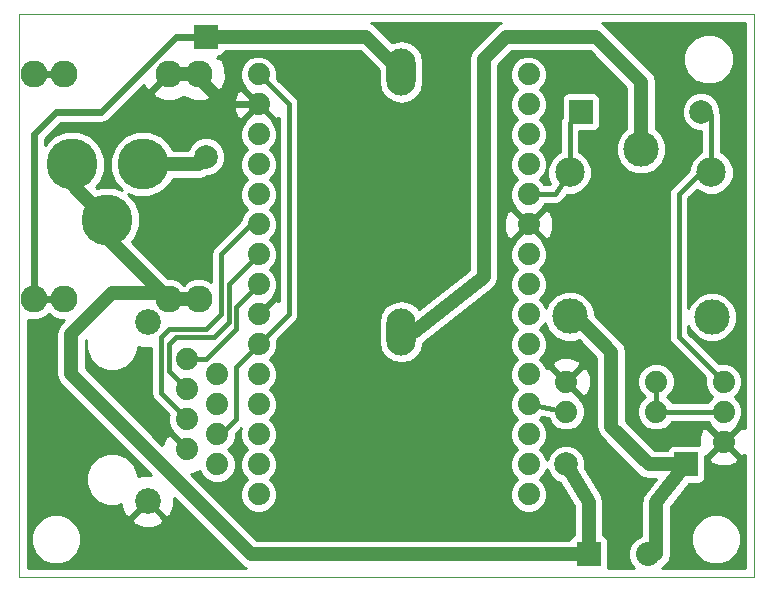
<source format=gbr>
%TF.GenerationSoftware,KiCad,Pcbnew,4.0.2+dfsg1-stable*%
%TF.CreationDate,2018-09-12T10:39:59+08:00*%
%TF.ProjectId,rfid board v2,7266696420626F6172642076322E6B69,rev?*%
%TF.FileFunction,Copper,L1,Top,Signal*%
%FSLAX46Y46*%
G04 Gerber Fmt 4.6, Leading zero omitted, Abs format (unit mm)*
G04 Created by KiCad (PCBNEW 4.0.2+dfsg1-stable) date Wednesday, 12 September, 2018 10:39:59 AM +08*
%MOMM*%
G01*
G04 APERTURE LIST*
%ADD10C,0.100000*%
%ADD11C,0.025400*%
%ADD12O,2.499360X4.000500*%
%ADD13C,1.879600*%
%ADD14C,2.181860*%
%ADD15C,2.500000*%
%ADD16C,3.000000*%
%ADD17C,1.998980*%
%ADD18R,1.998980X1.998980*%
%ADD19C,4.318000*%
%ADD20R,2.032000X2.032000*%
%ADD21C,2.032000*%
%ADD22C,2.286000*%
%ADD23C,0.400000*%
%ADD24C,0.250000*%
%ADD25C,1.200000*%
%ADD26C,0.600000*%
%ADD27C,0.254000*%
G04 APERTURE END LIST*
D10*
D11*
X22860000Y-62865000D02*
X22860000Y-15240000D01*
X85090000Y-62865000D02*
X85090000Y-15240000D01*
X22860000Y-15240000D02*
X85090000Y-15240000D01*
X85090000Y-62865000D02*
X22860000Y-62865000D01*
D12*
X55245000Y-20114260D03*
X55245000Y-42115740D03*
D13*
X37129720Y-44450000D03*
X39669720Y-45720000D03*
X37129720Y-46990000D03*
X39669720Y-48260000D03*
X37129720Y-49530000D03*
X39669720Y-50800000D03*
X37129720Y-52070000D03*
X39669720Y-53340000D03*
D14*
X33784540Y-41275000D03*
X33784540Y-56474360D03*
D15*
X69515000Y-28620000D03*
D16*
X69515000Y-40820000D03*
X81565000Y-40870000D03*
D15*
X81515000Y-28620000D03*
D16*
X75565000Y-26670000D03*
D17*
X38737540Y-27305000D03*
D18*
X38737540Y-17145000D03*
D13*
X82550000Y-51435000D03*
X82550000Y-48895000D03*
X82550000Y-46355000D03*
D17*
X69215000Y-53342540D03*
D18*
X79375000Y-53342540D03*
D13*
X43180000Y-20320000D03*
X43180000Y-22860000D03*
X43180000Y-25400000D03*
X43180000Y-27940000D03*
X43180000Y-30480000D03*
X43180000Y-33020000D03*
X43180000Y-35560000D03*
X43180000Y-38100000D03*
X43180000Y-40640000D03*
X43180000Y-43180000D03*
X43180000Y-45720000D03*
X43180000Y-48260000D03*
X43180000Y-50800000D03*
X43180000Y-53340000D03*
X43180000Y-55880000D03*
X66040000Y-20320000D03*
X66040000Y-22860000D03*
X66040000Y-25400000D03*
X66040000Y-27940000D03*
X66040000Y-30480000D03*
X66040000Y-33020000D03*
X66040000Y-35560000D03*
X66040000Y-38100000D03*
X66040000Y-40640000D03*
X66040000Y-43180000D03*
X66040000Y-45720000D03*
X66040000Y-48260000D03*
X66040000Y-50800000D03*
X66040000Y-53340000D03*
X66040000Y-55880000D03*
D19*
X27383740Y-27940000D03*
X30383480Y-32639000D03*
X33383220Y-27940000D03*
D13*
X69215000Y-48895000D03*
X76835000Y-48895000D03*
X76835000Y-46355000D03*
X69215000Y-46355000D03*
D20*
X71120000Y-60960000D03*
D21*
X76118720Y-60960000D03*
D17*
X80645000Y-23492460D03*
D18*
X70485000Y-23492460D03*
D22*
X38100000Y-20320000D03*
X35560000Y-20320000D03*
X26670000Y-20320000D03*
X24130000Y-20320000D03*
X24130000Y-39370000D03*
X26670000Y-39370000D03*
X35560000Y-39370000D03*
X38100000Y-39370000D03*
D23*
X81515000Y-28620000D02*
X80600000Y-28620000D01*
X80600000Y-28620000D02*
X78740000Y-30480000D01*
X78740000Y-30480000D02*
X78740000Y-42545000D01*
X78740000Y-42545000D02*
X82550000Y-46355000D01*
D24*
X81515000Y-28620000D02*
X81235000Y-28620000D01*
D23*
X81515000Y-28620000D02*
X81515000Y-23727460D01*
D24*
X81515000Y-23727460D02*
X80645000Y-23492460D01*
D25*
X33383220Y-27940000D02*
X38102540Y-27940000D01*
X38102540Y-27940000D02*
X38100000Y-27942540D01*
X38100000Y-27942540D02*
X38737540Y-27305000D01*
D26*
X26670000Y-39370000D02*
X24130000Y-39370000D01*
X24130000Y-39370000D02*
X24130000Y-25400000D01*
X36195000Y-17145000D02*
X29845000Y-23495000D01*
X29845000Y-23495000D02*
X26035000Y-23495000D01*
X26035000Y-23495000D02*
X24130000Y-25400000D01*
X36195000Y-17145000D02*
X38737540Y-17145000D01*
D25*
X38737540Y-17145000D02*
X52275740Y-17145000D01*
X52275740Y-17145000D02*
X55245000Y-20114260D01*
X30383480Y-32639000D02*
X30383480Y-34193480D01*
X30383480Y-34193480D02*
X35560000Y-39370000D01*
X35560000Y-39370000D02*
X38100000Y-39370000D01*
X27305000Y-42545000D02*
X27305000Y-42291000D01*
X71120000Y-60960000D02*
X42545000Y-60960000D01*
X27305000Y-45720000D02*
X42545000Y-60960000D01*
X27305000Y-42545000D02*
X27305000Y-45720000D01*
X30734000Y-38862000D02*
X35052000Y-38862000D01*
X27305000Y-42291000D02*
X30734000Y-38862000D01*
X35052000Y-38862000D02*
X35560000Y-39370000D01*
X27383740Y-27940000D02*
X27383740Y-29639260D01*
X27383740Y-29639260D02*
X30383480Y-32639000D01*
X69215000Y-53342540D02*
X71120000Y-56515000D01*
X71120000Y-56515000D02*
X71120000Y-60960000D01*
D26*
X71120000Y-60960000D02*
X70485000Y-60960000D01*
D25*
X69515000Y-40820000D02*
X70030000Y-40820000D01*
X70030000Y-40820000D02*
X73025000Y-43815000D01*
X76202540Y-53342540D02*
X79375000Y-53342540D01*
X73025000Y-50165000D02*
X76202540Y-53342540D01*
X73025000Y-43815000D02*
X73025000Y-50165000D01*
X69515000Y-40820000D02*
X69515000Y-40940000D01*
X76118720Y-60960000D02*
X76835000Y-60960000D01*
X76835000Y-60960000D02*
X76835000Y-56515000D01*
X76835000Y-56515000D02*
X79375000Y-53342540D01*
X55245000Y-42115740D02*
X56309260Y-42115740D01*
X56309260Y-42115740D02*
X62230000Y-37465000D01*
X62230000Y-37465000D02*
X62230000Y-19050000D01*
X62230000Y-19050000D02*
X64135000Y-17145000D01*
X64135000Y-17145000D02*
X71755000Y-17145000D01*
X71755000Y-17145000D02*
X75565000Y-20955000D01*
X75565000Y-20955000D02*
X75565000Y-26670000D01*
D24*
X66040000Y-48260000D02*
X66040000Y-48260000D01*
D23*
X66040000Y-48260000D02*
X69215000Y-48895000D01*
X76835000Y-48895000D02*
X82550000Y-48895000D01*
X76835000Y-46355000D02*
X76835000Y-48895000D01*
D25*
X35560000Y-20320000D02*
X38100000Y-20320000D01*
D26*
X38100000Y-20320000D02*
X38100000Y-21082000D01*
X38100000Y-21082000D02*
X39878000Y-22860000D01*
X39878000Y-22860000D02*
X43180000Y-22860000D01*
D24*
X66040000Y-33020000D02*
X66675000Y-33020000D01*
D26*
X24130000Y-20320000D02*
X26670000Y-20320000D01*
D23*
X39669720Y-50800000D02*
X40005000Y-50800000D01*
X40005000Y-50800000D02*
X41275000Y-49530000D01*
X41275000Y-45085000D02*
X43180000Y-43180000D01*
X41275000Y-49530000D02*
X41275000Y-45085000D01*
X43180000Y-43180000D02*
X45720000Y-40640000D01*
X45720000Y-22860000D02*
X43180000Y-20320000D01*
X45720000Y-40640000D02*
X45720000Y-22860000D01*
X69515000Y-28620000D02*
X69515000Y-24462460D01*
D24*
X69515000Y-24462460D02*
X70485000Y-23492460D01*
D23*
X66040000Y-30480000D02*
X68290000Y-30480000D01*
X68290000Y-30480000D02*
X69515000Y-28620000D01*
D24*
X69850000Y-28285000D02*
X69515000Y-28620000D01*
X69215000Y-28320000D02*
X69515000Y-28620000D01*
D23*
X43180000Y-33020000D02*
X42545000Y-33020000D01*
X42545000Y-33020000D02*
X40005000Y-35560000D01*
X40005000Y-35560000D02*
X40005000Y-40640000D01*
X40005000Y-40640000D02*
X38735000Y-41910000D01*
X38735000Y-41910000D02*
X35560000Y-41910000D01*
X35560000Y-41910000D02*
X34925000Y-42545000D01*
X34925000Y-42545000D02*
X34925000Y-47325280D01*
X34925000Y-47325280D02*
X37129720Y-49530000D01*
D24*
X37129720Y-49530000D02*
X36830000Y-49530000D01*
D23*
X37129720Y-44450000D02*
X38735000Y-44450000D01*
X41275000Y-40005000D02*
X43180000Y-38100000D01*
X41275000Y-41910000D02*
X41275000Y-40005000D01*
X38735000Y-44450000D02*
X41275000Y-41910000D01*
X42545000Y-38100000D02*
X43180000Y-38100000D01*
D24*
X37129720Y-44450000D02*
X37465000Y-44450000D01*
X39669720Y-45720000D02*
X39669720Y-45420280D01*
X39669720Y-45420280D02*
X40005000Y-45085000D01*
D23*
X43180000Y-35560000D02*
X40640000Y-38100000D01*
X35560000Y-45420280D02*
X37129720Y-46990000D01*
X35560000Y-43180000D02*
X35560000Y-45420280D01*
X36195000Y-42545000D02*
X35560000Y-43180000D01*
X39370000Y-42545000D02*
X36195000Y-42545000D01*
X40640000Y-41275000D02*
X39370000Y-42545000D01*
X40640000Y-38100000D02*
X40640000Y-41275000D01*
D24*
X37129720Y-46990000D02*
X36830000Y-46990000D01*
D27*
G36*
X67703980Y-42027800D02*
X68304041Y-42628909D01*
X69088459Y-42954628D01*
X69937815Y-42955370D01*
X70278180Y-42814734D01*
X71790000Y-44326554D01*
X71790000Y-50165000D01*
X71884009Y-50637614D01*
X72151723Y-51038277D01*
X75329263Y-54215817D01*
X75729926Y-54483531D01*
X76202540Y-54577540D01*
X76804143Y-54577540D01*
X75870928Y-55743125D01*
X75790725Y-55897640D01*
X75694009Y-56042386D01*
X75680599Y-56109804D01*
X75648930Y-56170815D01*
X75633962Y-56344261D01*
X75600000Y-56515000D01*
X75600000Y-59387946D01*
X75184725Y-59559534D01*
X74719886Y-60023563D01*
X74468007Y-60630155D01*
X74467434Y-61286963D01*
X74718254Y-61893995D01*
X74926895Y-62103000D01*
X72757722Y-62103000D01*
X72783440Y-61976000D01*
X72783440Y-59944000D01*
X72739162Y-59708683D01*
X72600090Y-59492559D01*
X72387890Y-59347569D01*
X72355000Y-59340909D01*
X72355000Y-56515000D01*
X72337044Y-56424731D01*
X72341486Y-56332797D01*
X72290468Y-56190575D01*
X72260991Y-56042386D01*
X72209856Y-55965858D01*
X72178779Y-55879224D01*
X70849210Y-53665048D01*
X70849774Y-53018846D01*
X70601462Y-52417885D01*
X70142073Y-51957694D01*
X69541547Y-51708334D01*
X68891306Y-51707766D01*
X68290345Y-51956078D01*
X67830154Y-52415467D01*
X67595463Y-52980667D01*
X67375829Y-52449113D01*
X66997104Y-52069727D01*
X67374272Y-51693217D01*
X67614526Y-51114621D01*
X67615073Y-50488127D01*
X67375829Y-49909113D01*
X66997104Y-49529727D01*
X67186354Y-49340807D01*
X67741112Y-49451759D01*
X67879171Y-49785887D01*
X68321783Y-50229272D01*
X68900379Y-50469526D01*
X69526873Y-50470073D01*
X70105887Y-50230829D01*
X70549272Y-49788217D01*
X70789526Y-49209621D01*
X70790073Y-48583127D01*
X70550829Y-48004113D01*
X70403525Y-47856552D01*
X70421650Y-47741255D01*
X69215000Y-46534605D01*
X69200858Y-46548748D01*
X69021253Y-46369143D01*
X69035395Y-46355000D01*
X69394605Y-46355000D01*
X70601255Y-47561650D01*
X71004606Y-47498244D01*
X71305881Y-46726367D01*
X71288838Y-45897953D01*
X71004606Y-45211756D01*
X70601255Y-45148350D01*
X69394605Y-46355000D01*
X69035395Y-46355000D01*
X67828745Y-45148350D01*
X67527314Y-45195734D01*
X67433524Y-44968745D01*
X68008350Y-44968745D01*
X69215000Y-46175395D01*
X70421650Y-44968745D01*
X70358244Y-44565394D01*
X69586367Y-44264119D01*
X68757953Y-44281162D01*
X68071756Y-44565394D01*
X68008350Y-44968745D01*
X67433524Y-44968745D01*
X67375829Y-44829113D01*
X66997104Y-44449727D01*
X67374272Y-44073217D01*
X67614526Y-43494621D01*
X67615073Y-42868127D01*
X67375829Y-42289113D01*
X66997104Y-41909727D01*
X67374272Y-41533217D01*
X67437102Y-41381907D01*
X67703980Y-42027800D01*
X67703980Y-42027800D01*
G37*
X67703980Y-42027800D02*
X68304041Y-42628909D01*
X69088459Y-42954628D01*
X69937815Y-42955370D01*
X70278180Y-42814734D01*
X71790000Y-44326554D01*
X71790000Y-50165000D01*
X71884009Y-50637614D01*
X72151723Y-51038277D01*
X75329263Y-54215817D01*
X75729926Y-54483531D01*
X76202540Y-54577540D01*
X76804143Y-54577540D01*
X75870928Y-55743125D01*
X75790725Y-55897640D01*
X75694009Y-56042386D01*
X75680599Y-56109804D01*
X75648930Y-56170815D01*
X75633962Y-56344261D01*
X75600000Y-56515000D01*
X75600000Y-59387946D01*
X75184725Y-59559534D01*
X74719886Y-60023563D01*
X74468007Y-60630155D01*
X74467434Y-61286963D01*
X74718254Y-61893995D01*
X74926895Y-62103000D01*
X72757722Y-62103000D01*
X72783440Y-61976000D01*
X72783440Y-59944000D01*
X72739162Y-59708683D01*
X72600090Y-59492559D01*
X72387890Y-59347569D01*
X72355000Y-59340909D01*
X72355000Y-56515000D01*
X72337044Y-56424731D01*
X72341486Y-56332797D01*
X72290468Y-56190575D01*
X72260991Y-56042386D01*
X72209856Y-55965858D01*
X72178779Y-55879224D01*
X70849210Y-53665048D01*
X70849774Y-53018846D01*
X70601462Y-52417885D01*
X70142073Y-51957694D01*
X69541547Y-51708334D01*
X68891306Y-51707766D01*
X68290345Y-51956078D01*
X67830154Y-52415467D01*
X67595463Y-52980667D01*
X67375829Y-52449113D01*
X66997104Y-52069727D01*
X67374272Y-51693217D01*
X67614526Y-51114621D01*
X67615073Y-50488127D01*
X67375829Y-49909113D01*
X66997104Y-49529727D01*
X67186354Y-49340807D01*
X67741112Y-49451759D01*
X67879171Y-49785887D01*
X68321783Y-50229272D01*
X68900379Y-50469526D01*
X69526873Y-50470073D01*
X70105887Y-50230829D01*
X70549272Y-49788217D01*
X70789526Y-49209621D01*
X70790073Y-48583127D01*
X70550829Y-48004113D01*
X70403525Y-47856552D01*
X70421650Y-47741255D01*
X69215000Y-46534605D01*
X69200858Y-46548748D01*
X69021253Y-46369143D01*
X69035395Y-46355000D01*
X69394605Y-46355000D01*
X70601255Y-47561650D01*
X71004606Y-47498244D01*
X71305881Y-46726367D01*
X71288838Y-45897953D01*
X71004606Y-45211756D01*
X70601255Y-45148350D01*
X69394605Y-46355000D01*
X69035395Y-46355000D01*
X67828745Y-45148350D01*
X67527314Y-45195734D01*
X67433524Y-44968745D01*
X68008350Y-44968745D01*
X69215000Y-46175395D01*
X70421650Y-44968745D01*
X70358244Y-44565394D01*
X69586367Y-44264119D01*
X68757953Y-44281162D01*
X68071756Y-44565394D01*
X68008350Y-44968745D01*
X67433524Y-44968745D01*
X67375829Y-44829113D01*
X66997104Y-44449727D01*
X67374272Y-44073217D01*
X67614526Y-43494621D01*
X67615073Y-42868127D01*
X67375829Y-42289113D01*
X66997104Y-41909727D01*
X67374272Y-41533217D01*
X67437102Y-41381907D01*
X67703980Y-42027800D01*
G36*
X25661529Y-40876436D02*
X26314782Y-41147691D01*
X26701418Y-41148028D01*
X26431723Y-41417723D01*
X26164009Y-41818386D01*
X26070000Y-42291000D01*
X26070000Y-45720000D01*
X26164009Y-46192614D01*
X26431723Y-46593277D01*
X34073794Y-54235348D01*
X33303348Y-54248074D01*
X33013862Y-54367983D01*
X33014037Y-54167593D01*
X32674658Y-53346234D01*
X32046792Y-52717271D01*
X31226026Y-52376459D01*
X30337313Y-52375683D01*
X29515954Y-52715062D01*
X28886991Y-53342928D01*
X28546179Y-54163694D01*
X28545403Y-55052407D01*
X28884782Y-55873766D01*
X29512648Y-56502729D01*
X30333414Y-56843541D01*
X31222127Y-56844317D01*
X31554150Y-56707128D01*
X31558254Y-56955552D01*
X31870064Y-57708328D01*
X32289086Y-57790209D01*
X33604935Y-56474360D01*
X33590793Y-56460218D01*
X33770398Y-56280613D01*
X33784540Y-56294755D01*
X33798683Y-56280613D01*
X33978288Y-56460218D01*
X33964145Y-56474360D01*
X35279994Y-57790209D01*
X35699016Y-57708328D01*
X36025504Y-56881760D01*
X36013836Y-56175390D01*
X41671723Y-61833277D01*
X42072386Y-62100991D01*
X42082486Y-62103000D01*
X23622000Y-62103000D01*
X23622000Y-60112815D01*
X23899630Y-60112815D01*
X24223980Y-60897800D01*
X24824041Y-61498909D01*
X25608459Y-61824628D01*
X26457815Y-61825370D01*
X27242800Y-61501020D01*
X27843909Y-60900959D01*
X28169628Y-60116541D01*
X28170370Y-59267185D01*
X27846020Y-58482200D01*
X27334528Y-57969814D01*
X32468691Y-57969814D01*
X32550572Y-58388836D01*
X33377140Y-58715324D01*
X34265732Y-58700646D01*
X35018508Y-58388836D01*
X35100389Y-57969814D01*
X33784540Y-56653965D01*
X32468691Y-57969814D01*
X27334528Y-57969814D01*
X27245959Y-57881091D01*
X26461541Y-57555372D01*
X25612185Y-57554630D01*
X24827200Y-57878980D01*
X24226091Y-58479041D01*
X23900372Y-59263459D01*
X23899630Y-60112815D01*
X23622000Y-60112815D01*
X23622000Y-41084250D01*
X23774782Y-41147691D01*
X24482114Y-41148308D01*
X25135840Y-40878194D01*
X25400022Y-40614472D01*
X25661529Y-40876436D01*
X25661529Y-40876436D01*
G37*
X25661529Y-40876436D02*
X26314782Y-41147691D01*
X26701418Y-41148028D01*
X26431723Y-41417723D01*
X26164009Y-41818386D01*
X26070000Y-42291000D01*
X26070000Y-45720000D01*
X26164009Y-46192614D01*
X26431723Y-46593277D01*
X34073794Y-54235348D01*
X33303348Y-54248074D01*
X33013862Y-54367983D01*
X33014037Y-54167593D01*
X32674658Y-53346234D01*
X32046792Y-52717271D01*
X31226026Y-52376459D01*
X30337313Y-52375683D01*
X29515954Y-52715062D01*
X28886991Y-53342928D01*
X28546179Y-54163694D01*
X28545403Y-55052407D01*
X28884782Y-55873766D01*
X29512648Y-56502729D01*
X30333414Y-56843541D01*
X31222127Y-56844317D01*
X31554150Y-56707128D01*
X31558254Y-56955552D01*
X31870064Y-57708328D01*
X32289086Y-57790209D01*
X33604935Y-56474360D01*
X33590793Y-56460218D01*
X33770398Y-56280613D01*
X33784540Y-56294755D01*
X33798683Y-56280613D01*
X33978288Y-56460218D01*
X33964145Y-56474360D01*
X35279994Y-57790209D01*
X35699016Y-57708328D01*
X36025504Y-56881760D01*
X36013836Y-56175390D01*
X41671723Y-61833277D01*
X42072386Y-62100991D01*
X42082486Y-62103000D01*
X23622000Y-62103000D01*
X23622000Y-60112815D01*
X23899630Y-60112815D01*
X24223980Y-60897800D01*
X24824041Y-61498909D01*
X25608459Y-61824628D01*
X26457815Y-61825370D01*
X27242800Y-61501020D01*
X27843909Y-60900959D01*
X28169628Y-60116541D01*
X28170370Y-59267185D01*
X27846020Y-58482200D01*
X27334528Y-57969814D01*
X32468691Y-57969814D01*
X32550572Y-58388836D01*
X33377140Y-58715324D01*
X34265732Y-58700646D01*
X35018508Y-58388836D01*
X35100389Y-57969814D01*
X33784540Y-56653965D01*
X32468691Y-57969814D01*
X27334528Y-57969814D01*
X27245959Y-57881091D01*
X26461541Y-57555372D01*
X25612185Y-57554630D01*
X24827200Y-57878980D01*
X24226091Y-58479041D01*
X23900372Y-59263459D01*
X23899630Y-60112815D01*
X23622000Y-60112815D01*
X23622000Y-41084250D01*
X23774782Y-41147691D01*
X24482114Y-41148308D01*
X25135840Y-40878194D01*
X25400022Y-40614472D01*
X25661529Y-40876436D01*
G36*
X63662386Y-16004009D02*
X63261723Y-16271723D01*
X61356723Y-18176723D01*
X61089009Y-18577386D01*
X60995000Y-19050000D01*
X60995000Y-36864645D01*
X56732608Y-40212753D01*
X56577670Y-39980872D01*
X55966236Y-39572325D01*
X55245000Y-39428862D01*
X54523764Y-39572325D01*
X53912330Y-39980872D01*
X53503783Y-40592306D01*
X53360320Y-41313542D01*
X53360320Y-42917938D01*
X53503783Y-43639174D01*
X53912330Y-44250608D01*
X54523764Y-44659155D01*
X55245000Y-44802618D01*
X55966236Y-44659155D01*
X56577670Y-44250608D01*
X56986217Y-43639174D01*
X57100492Y-43064674D01*
X62992881Y-38436204D01*
X63041350Y-38379655D01*
X63103277Y-38338277D01*
X63196857Y-38198225D01*
X63306474Y-38070334D01*
X63329614Y-37999539D01*
X63370991Y-37937614D01*
X63403851Y-37772416D01*
X63456184Y-37612307D01*
X63450470Y-37538045D01*
X63465000Y-37465000D01*
X63465000Y-32648633D01*
X63949119Y-32648633D01*
X63966162Y-33477047D01*
X64250394Y-34163244D01*
X64653745Y-34226650D01*
X65860395Y-33020000D01*
X66219605Y-33020000D01*
X67426255Y-34226650D01*
X67829606Y-34163244D01*
X68130881Y-33391367D01*
X68113838Y-32562953D01*
X67829606Y-31876756D01*
X67426255Y-31813350D01*
X66219605Y-33020000D01*
X65860395Y-33020000D01*
X64653745Y-31813350D01*
X64250394Y-31876756D01*
X63949119Y-32648633D01*
X63465000Y-32648633D01*
X63465000Y-20631873D01*
X64464927Y-20631873D01*
X64704171Y-21210887D01*
X65082896Y-21590273D01*
X64705728Y-21966783D01*
X64465474Y-22545379D01*
X64464927Y-23171873D01*
X64704171Y-23750887D01*
X65082896Y-24130273D01*
X64705728Y-24506783D01*
X64465474Y-25085379D01*
X64464927Y-25711873D01*
X64704171Y-26290887D01*
X65082896Y-26670273D01*
X64705728Y-27046783D01*
X64465474Y-27625379D01*
X64464927Y-28251873D01*
X64704171Y-28830887D01*
X65082896Y-29210273D01*
X64705728Y-29586783D01*
X64465474Y-30165379D01*
X64464927Y-30791873D01*
X64704171Y-31370887D01*
X64851475Y-31518448D01*
X64833350Y-31633745D01*
X66040000Y-32840395D01*
X67246650Y-31633745D01*
X67228561Y-31518674D01*
X67374272Y-31373217D01*
X67398446Y-31315000D01*
X68290000Y-31315000D01*
X68373356Y-31298419D01*
X68458343Y-31297854D01*
X68531578Y-31266947D01*
X68609541Y-31251439D01*
X68680206Y-31204222D01*
X68758507Y-31171177D01*
X68814340Y-31114597D01*
X68880434Y-31070434D01*
X68927651Y-30999769D01*
X68987347Y-30939274D01*
X69273499Y-30504790D01*
X69888305Y-30505326D01*
X70581372Y-30218957D01*
X71112093Y-29689161D01*
X71399672Y-28996595D01*
X71400326Y-28246695D01*
X71113957Y-27553628D01*
X70584161Y-27022907D01*
X70350000Y-26925675D01*
X70350000Y-25139390D01*
X71484490Y-25139390D01*
X71719807Y-25095112D01*
X71935931Y-24956040D01*
X72080921Y-24743840D01*
X72131930Y-24491950D01*
X72131930Y-22492970D01*
X72087652Y-22257653D01*
X71948580Y-22041529D01*
X71736380Y-21896539D01*
X71484490Y-21845530D01*
X69485510Y-21845530D01*
X69250193Y-21889808D01*
X69034069Y-22028880D01*
X68889079Y-22241080D01*
X68838070Y-22492970D01*
X68838070Y-24001476D01*
X68743561Y-24142919D01*
X68680000Y-24462460D01*
X68680000Y-26925442D01*
X68448628Y-27021043D01*
X67917907Y-27550839D01*
X67630328Y-28243405D01*
X67629674Y-28993305D01*
X67876264Y-29590100D01*
X67840107Y-29645000D01*
X67398921Y-29645000D01*
X67375829Y-29589113D01*
X66997104Y-29209727D01*
X67374272Y-28833217D01*
X67614526Y-28254621D01*
X67615073Y-27628127D01*
X67375829Y-27049113D01*
X66997104Y-26669727D01*
X67374272Y-26293217D01*
X67614526Y-25714621D01*
X67615073Y-25088127D01*
X67375829Y-24509113D01*
X66997104Y-24129727D01*
X67374272Y-23753217D01*
X67614526Y-23174621D01*
X67615073Y-22548127D01*
X67375829Y-21969113D01*
X66997104Y-21589727D01*
X67374272Y-21213217D01*
X67614526Y-20634621D01*
X67615073Y-20008127D01*
X67375829Y-19429113D01*
X66933217Y-18985728D01*
X66354621Y-18745474D01*
X65728127Y-18744927D01*
X65149113Y-18984171D01*
X64705728Y-19426783D01*
X64465474Y-20005379D01*
X64464927Y-20631873D01*
X63465000Y-20631873D01*
X63465000Y-19561554D01*
X64646554Y-18380000D01*
X71243446Y-18380000D01*
X74330000Y-21466554D01*
X74330000Y-24886133D01*
X73756091Y-25459041D01*
X73430372Y-26243459D01*
X73429630Y-27092815D01*
X73753980Y-27877800D01*
X74354041Y-28478909D01*
X75138459Y-28804628D01*
X75987815Y-28805370D01*
X76772800Y-28481020D01*
X77373909Y-27880959D01*
X77699628Y-27096541D01*
X77700370Y-26247185D01*
X77376020Y-25462200D01*
X76800000Y-24885174D01*
X76800000Y-20955000D01*
X76705991Y-20482386D01*
X76438277Y-20081723D01*
X75829369Y-19472815D01*
X79144630Y-19472815D01*
X79468980Y-20257800D01*
X80069041Y-20858909D01*
X80853459Y-21184628D01*
X81702815Y-21185370D01*
X82487800Y-20861020D01*
X83088909Y-20260959D01*
X83414628Y-19476541D01*
X83415370Y-18627185D01*
X83091020Y-17842200D01*
X82490959Y-17241091D01*
X81706541Y-16915372D01*
X80857185Y-16914630D01*
X80072200Y-17238980D01*
X79471091Y-17839041D01*
X79145372Y-18623459D01*
X79144630Y-19472815D01*
X75829369Y-19472815D01*
X72628277Y-16271723D01*
X72227614Y-16004009D01*
X72217514Y-16002000D01*
X84328000Y-16002000D01*
X84328000Y-50289932D01*
X83936255Y-50228350D01*
X82729605Y-51435000D01*
X83936255Y-52641650D01*
X84328000Y-52580068D01*
X84328000Y-62103000D01*
X77310631Y-62103000D01*
X77322823Y-62090829D01*
X77708277Y-61833277D01*
X77975991Y-61432614D01*
X78070000Y-60960000D01*
X78070000Y-60112815D01*
X79779630Y-60112815D01*
X80103980Y-60897800D01*
X80704041Y-61498909D01*
X81488459Y-61824628D01*
X82337815Y-61825370D01*
X83122800Y-61501020D01*
X83723909Y-60900959D01*
X84049628Y-60116541D01*
X84050370Y-59267185D01*
X83726020Y-58482200D01*
X83125959Y-57881091D01*
X82341541Y-57555372D01*
X81492185Y-57554630D01*
X80707200Y-57878980D01*
X80106091Y-58479041D01*
X79780372Y-59263459D01*
X79779630Y-60112815D01*
X78070000Y-60112815D01*
X78070000Y-56948486D01*
X79638468Y-54989470D01*
X80374490Y-54989470D01*
X80609807Y-54945192D01*
X80825931Y-54806120D01*
X80970921Y-54593920D01*
X81021930Y-54342030D01*
X81021930Y-52821255D01*
X81343350Y-52821255D01*
X81406756Y-53224606D01*
X82178633Y-53525881D01*
X83007047Y-53508838D01*
X83693244Y-53224606D01*
X83756650Y-52821255D01*
X82550000Y-51614605D01*
X81343350Y-52821255D01*
X81021930Y-52821255D01*
X81021930Y-52619357D01*
X81163745Y-52641650D01*
X82370395Y-51435000D01*
X81163745Y-50228350D01*
X80760394Y-50291756D01*
X80459119Y-51063633D01*
X80472529Y-51715463D01*
X80374490Y-51695610D01*
X78375510Y-51695610D01*
X78140193Y-51739888D01*
X77924069Y-51878960D01*
X77779079Y-52091160D01*
X77775762Y-52107540D01*
X76714094Y-52107540D01*
X74260000Y-49653446D01*
X74260000Y-46666873D01*
X75259927Y-46666873D01*
X75499171Y-47245887D01*
X75877896Y-47625273D01*
X75500728Y-48001783D01*
X75260474Y-48580379D01*
X75259927Y-49206873D01*
X75499171Y-49785887D01*
X75941783Y-50229272D01*
X76520379Y-50469526D01*
X77146873Y-50470073D01*
X77725887Y-50230829D01*
X78169272Y-49788217D01*
X78193446Y-49730000D01*
X81191079Y-49730000D01*
X81214171Y-49785887D01*
X81361475Y-49933448D01*
X81343350Y-50048745D01*
X82550000Y-51255395D01*
X83756650Y-50048745D01*
X83738561Y-49933674D01*
X83884272Y-49788217D01*
X84124526Y-49209621D01*
X84125073Y-48583127D01*
X83885829Y-48004113D01*
X83507104Y-47624727D01*
X83884272Y-47248217D01*
X84124526Y-46669621D01*
X84125073Y-46043127D01*
X83885829Y-45464113D01*
X83443217Y-45020728D01*
X82864621Y-44780474D01*
X82238127Y-44779927D01*
X82179867Y-44803999D01*
X79575000Y-42199132D01*
X79575000Y-41644636D01*
X79753980Y-42077800D01*
X80354041Y-42678909D01*
X81138459Y-43004628D01*
X81987815Y-43005370D01*
X82772800Y-42681020D01*
X83373909Y-42080959D01*
X83699628Y-41296541D01*
X83700370Y-40447185D01*
X83376020Y-39662200D01*
X82775959Y-39061091D01*
X81991541Y-38735372D01*
X81142185Y-38734630D01*
X80357200Y-39058980D01*
X79756091Y-39659041D01*
X79575000Y-40095156D01*
X79575000Y-30825868D01*
X80314921Y-30085947D01*
X80445839Y-30217093D01*
X81138405Y-30504672D01*
X81888305Y-30505326D01*
X82581372Y-30218957D01*
X83112093Y-29689161D01*
X83399672Y-28996595D01*
X83400326Y-28246695D01*
X83113957Y-27553628D01*
X82584161Y-27022907D01*
X82350000Y-26925675D01*
X82350000Y-23727460D01*
X82286439Y-23407919D01*
X82279574Y-23397645D01*
X82279774Y-23168766D01*
X82031462Y-22567805D01*
X81572073Y-22107614D01*
X80971547Y-21858254D01*
X80321306Y-21857686D01*
X79720345Y-22105998D01*
X79260154Y-22565387D01*
X79010794Y-23165913D01*
X79010226Y-23816154D01*
X79258538Y-24417115D01*
X79717927Y-24877306D01*
X80318453Y-25126666D01*
X80680000Y-25126982D01*
X80680000Y-26925442D01*
X80448628Y-27021043D01*
X79917907Y-27550839D01*
X79630328Y-28243405D01*
X79630184Y-28408948D01*
X78149566Y-29889566D01*
X77968561Y-30160459D01*
X77905000Y-30480000D01*
X77905000Y-42545000D01*
X77968561Y-42864541D01*
X78062660Y-43005370D01*
X78149566Y-43135434D01*
X80998664Y-45984532D01*
X80975474Y-46040379D01*
X80974927Y-46666873D01*
X81214171Y-47245887D01*
X81592896Y-47625273D01*
X81215728Y-48001783D01*
X81191554Y-48060000D01*
X78193921Y-48060000D01*
X78170829Y-48004113D01*
X77792104Y-47624727D01*
X78169272Y-47248217D01*
X78409526Y-46669621D01*
X78410073Y-46043127D01*
X78170829Y-45464113D01*
X77728217Y-45020728D01*
X77149621Y-44780474D01*
X76523127Y-44779927D01*
X75944113Y-45019171D01*
X75500728Y-45461783D01*
X75260474Y-46040379D01*
X75259927Y-46666873D01*
X74260000Y-46666873D01*
X74260000Y-43815000D01*
X74165991Y-43342386D01*
X73898277Y-42941723D01*
X71650111Y-40693557D01*
X71650370Y-40397185D01*
X71326020Y-39612200D01*
X70725959Y-39011091D01*
X69941541Y-38685372D01*
X69092185Y-38684630D01*
X68307200Y-39008980D01*
X67706091Y-39609041D01*
X67511543Y-40077565D01*
X67375829Y-39749113D01*
X66997104Y-39369727D01*
X67374272Y-38993217D01*
X67614526Y-38414621D01*
X67615073Y-37788127D01*
X67375829Y-37209113D01*
X66997104Y-36829727D01*
X67374272Y-36453217D01*
X67614526Y-35874621D01*
X67615073Y-35248127D01*
X67375829Y-34669113D01*
X67228525Y-34521552D01*
X67246650Y-34406255D01*
X66040000Y-33199605D01*
X64833350Y-34406255D01*
X64851439Y-34521326D01*
X64705728Y-34666783D01*
X64465474Y-35245379D01*
X64464927Y-35871873D01*
X64704171Y-36450887D01*
X65082896Y-36830273D01*
X64705728Y-37206783D01*
X64465474Y-37785379D01*
X64464927Y-38411873D01*
X64704171Y-38990887D01*
X65082896Y-39370273D01*
X64705728Y-39746783D01*
X64465474Y-40325379D01*
X64464927Y-40951873D01*
X64704171Y-41530887D01*
X65082896Y-41910273D01*
X64705728Y-42286783D01*
X64465474Y-42865379D01*
X64464927Y-43491873D01*
X64704171Y-44070887D01*
X65082896Y-44450273D01*
X64705728Y-44826783D01*
X64465474Y-45405379D01*
X64464927Y-46031873D01*
X64704171Y-46610887D01*
X65082896Y-46990273D01*
X64705728Y-47366783D01*
X64465474Y-47945379D01*
X64464927Y-48571873D01*
X64704171Y-49150887D01*
X65082896Y-49530273D01*
X64705728Y-49906783D01*
X64465474Y-50485379D01*
X64464927Y-51111873D01*
X64704171Y-51690887D01*
X65082896Y-52070273D01*
X64705728Y-52446783D01*
X64465474Y-53025379D01*
X64464927Y-53651873D01*
X64704171Y-54230887D01*
X65082896Y-54610273D01*
X64705728Y-54986783D01*
X64465474Y-55565379D01*
X64464927Y-56191873D01*
X64704171Y-56770887D01*
X65146783Y-57214272D01*
X65725379Y-57454526D01*
X66351873Y-57455073D01*
X66930887Y-57215829D01*
X67374272Y-56773217D01*
X67614526Y-56194621D01*
X67615073Y-55568127D01*
X67375829Y-54989113D01*
X66997104Y-54609727D01*
X67374272Y-54233217D01*
X67594929Y-53701817D01*
X67828538Y-54267195D01*
X68287927Y-54727386D01*
X68711682Y-54903344D01*
X69885000Y-56857310D01*
X69885000Y-59337768D01*
X69868683Y-59340838D01*
X69652559Y-59479910D01*
X69507569Y-59692110D01*
X69500909Y-59725000D01*
X43056554Y-59725000D01*
X37477637Y-54146083D01*
X37586767Y-54143838D01*
X38193996Y-53892316D01*
X38333891Y-54230887D01*
X38776503Y-54674272D01*
X39355099Y-54914526D01*
X39981593Y-54915073D01*
X40560607Y-54675829D01*
X41003992Y-54233217D01*
X41244246Y-53654621D01*
X41244793Y-53028127D01*
X41005549Y-52449113D01*
X40626824Y-52069727D01*
X41003992Y-51693217D01*
X41244246Y-51114621D01*
X41244572Y-50741296D01*
X41680023Y-50305845D01*
X41605474Y-50485379D01*
X41604927Y-51111873D01*
X41844171Y-51690887D01*
X42222896Y-52070273D01*
X41845728Y-52446783D01*
X41605474Y-53025379D01*
X41604927Y-53651873D01*
X41844171Y-54230887D01*
X42222896Y-54610273D01*
X41845728Y-54986783D01*
X41605474Y-55565379D01*
X41604927Y-56191873D01*
X41844171Y-56770887D01*
X42286783Y-57214272D01*
X42865379Y-57454526D01*
X43491873Y-57455073D01*
X44070887Y-57215829D01*
X44514272Y-56773217D01*
X44754526Y-56194621D01*
X44755073Y-55568127D01*
X44515829Y-54989113D01*
X44137104Y-54609727D01*
X44514272Y-54233217D01*
X44754526Y-53654621D01*
X44755073Y-53028127D01*
X44515829Y-52449113D01*
X44137104Y-52069727D01*
X44514272Y-51693217D01*
X44754526Y-51114621D01*
X44755073Y-50488127D01*
X44515829Y-49909113D01*
X44137104Y-49529727D01*
X44514272Y-49153217D01*
X44754526Y-48574621D01*
X44755073Y-47948127D01*
X44515829Y-47369113D01*
X44137104Y-46989727D01*
X44514272Y-46613217D01*
X44754526Y-46034621D01*
X44755073Y-45408127D01*
X44515829Y-44829113D01*
X44137104Y-44449727D01*
X44514272Y-44073217D01*
X44754526Y-43494621D01*
X44755073Y-42868127D01*
X44731001Y-42809867D01*
X46310434Y-41230434D01*
X46367829Y-41144536D01*
X46491439Y-40959541D01*
X46555000Y-40640000D01*
X46555000Y-22860000D01*
X46491439Y-22540459D01*
X46310434Y-22269566D01*
X44731336Y-20690468D01*
X44754526Y-20634621D01*
X44755073Y-20008127D01*
X44515829Y-19429113D01*
X44073217Y-18985728D01*
X43494621Y-18745474D01*
X42868127Y-18744927D01*
X42289113Y-18984171D01*
X41845728Y-19426783D01*
X41605474Y-20005379D01*
X41604927Y-20631873D01*
X41844171Y-21210887D01*
X41991475Y-21358448D01*
X41973350Y-21473745D01*
X43180000Y-22680395D01*
X43194143Y-22666253D01*
X43373748Y-22845858D01*
X43359605Y-22860000D01*
X44566255Y-24066650D01*
X44885000Y-24016544D01*
X44885000Y-39483456D01*
X44566255Y-39433350D01*
X43359605Y-40640000D01*
X43373748Y-40654143D01*
X43194143Y-40833748D01*
X43180000Y-40819605D01*
X43165858Y-40833748D01*
X42986253Y-40654143D01*
X43000395Y-40640000D01*
X42986253Y-40625858D01*
X43165858Y-40446253D01*
X43180000Y-40460395D01*
X44386650Y-39253745D01*
X44368561Y-39138674D01*
X44514272Y-38993217D01*
X44754526Y-38414621D01*
X44755073Y-37788127D01*
X44515829Y-37209113D01*
X44137104Y-36829727D01*
X44514272Y-36453217D01*
X44754526Y-35874621D01*
X44755073Y-35248127D01*
X44515829Y-34669113D01*
X44137104Y-34289727D01*
X44514272Y-33913217D01*
X44754526Y-33334621D01*
X44755073Y-32708127D01*
X44515829Y-32129113D01*
X44137104Y-31749727D01*
X44514272Y-31373217D01*
X44754526Y-30794621D01*
X44755073Y-30168127D01*
X44515829Y-29589113D01*
X44137104Y-29209727D01*
X44514272Y-28833217D01*
X44754526Y-28254621D01*
X44755073Y-27628127D01*
X44515829Y-27049113D01*
X44137104Y-26669727D01*
X44514272Y-26293217D01*
X44754526Y-25714621D01*
X44755073Y-25088127D01*
X44515829Y-24509113D01*
X44368525Y-24361552D01*
X44386650Y-24246255D01*
X43180000Y-23039605D01*
X41973350Y-24246255D01*
X41991439Y-24361326D01*
X41845728Y-24506783D01*
X41605474Y-25085379D01*
X41604927Y-25711873D01*
X41844171Y-26290887D01*
X42222896Y-26670273D01*
X41845728Y-27046783D01*
X41605474Y-27625379D01*
X41604927Y-28251873D01*
X41844171Y-28830887D01*
X42222896Y-29210273D01*
X41845728Y-29586783D01*
X41605474Y-30165379D01*
X41604927Y-30791873D01*
X41844171Y-31370887D01*
X42222896Y-31750273D01*
X41845728Y-32126783D01*
X41605474Y-32705379D01*
X41605410Y-32778722D01*
X39414566Y-34969566D01*
X39233561Y-35240459D01*
X39170000Y-35560000D01*
X39170000Y-37925200D01*
X39108471Y-37863564D01*
X38455218Y-37592309D01*
X37747886Y-37591692D01*
X37094160Y-37861806D01*
X36829978Y-38125528D01*
X36568471Y-37863564D01*
X35915218Y-37592309D01*
X35528526Y-37591972D01*
X32455258Y-34518704D01*
X32750737Y-34223740D01*
X33176994Y-33197199D01*
X33177964Y-32085677D01*
X32753499Y-31058394D01*
X32148943Y-30452782D01*
X32825021Y-30733514D01*
X33936543Y-30734484D01*
X34963826Y-30310019D01*
X35750477Y-29524740D01*
X35895702Y-29175000D01*
X38087231Y-29175000D01*
X38100000Y-29177540D01*
X38572614Y-29083531D01*
X38788119Y-28939535D01*
X39061234Y-28939774D01*
X39662195Y-28691462D01*
X40122386Y-28232073D01*
X40371746Y-27631547D01*
X40372314Y-26981306D01*
X40124002Y-26380345D01*
X39664613Y-25920154D01*
X39064087Y-25670794D01*
X38413846Y-25670226D01*
X37812885Y-25918538D01*
X37352694Y-26377927D01*
X37216882Y-26705000D01*
X35896041Y-26705000D01*
X35753239Y-26359394D01*
X34967960Y-25572743D01*
X33941419Y-25146486D01*
X32829897Y-25145516D01*
X31802614Y-25569981D01*
X31015963Y-26355260D01*
X30589706Y-27381801D01*
X30588736Y-28493323D01*
X31013201Y-29520606D01*
X31617757Y-30126218D01*
X30941679Y-29845486D01*
X29830157Y-29844516D01*
X29480164Y-29989130D01*
X29383065Y-29892031D01*
X29750997Y-29524740D01*
X30177254Y-28498199D01*
X30178224Y-27386677D01*
X29753759Y-26359394D01*
X28968480Y-25572743D01*
X27941939Y-25146486D01*
X26830417Y-25145516D01*
X25803134Y-25569981D01*
X25065000Y-26306828D01*
X25065000Y-25787290D01*
X26422290Y-24430000D01*
X29845000Y-24430000D01*
X30202809Y-24358827D01*
X30506145Y-24156145D01*
X33448610Y-21213680D01*
X33602508Y-21585221D01*
X34026930Y-21673465D01*
X35380395Y-20320000D01*
X35366253Y-20305858D01*
X35545858Y-20126253D01*
X35560000Y-20140395D01*
X35574143Y-20126253D01*
X35753748Y-20305858D01*
X35739605Y-20320000D01*
X35753748Y-20334143D01*
X35574143Y-20513748D01*
X35560000Y-20499605D01*
X34206535Y-21853070D01*
X34294779Y-22277492D01*
X35140189Y-22612666D01*
X36049510Y-22598802D01*
X36825221Y-22277492D01*
X36830000Y-22254507D01*
X36834779Y-22277492D01*
X37680189Y-22612666D01*
X38589510Y-22598802D01*
X38855481Y-22488633D01*
X41089119Y-22488633D01*
X41106162Y-23317047D01*
X41390394Y-24003244D01*
X41793745Y-24066650D01*
X43000395Y-22860000D01*
X41793745Y-21653350D01*
X41390394Y-21716756D01*
X41089119Y-22488633D01*
X38855481Y-22488633D01*
X39365221Y-22277492D01*
X39453465Y-21853070D01*
X38100000Y-20499605D01*
X38085858Y-20513748D01*
X37906253Y-20334143D01*
X37920395Y-20320000D01*
X37906253Y-20305858D01*
X38085858Y-20126253D01*
X38100000Y-20140395D01*
X38114143Y-20126253D01*
X38293748Y-20305858D01*
X38279605Y-20320000D01*
X39633070Y-21673465D01*
X40057492Y-21585221D01*
X40392666Y-20739811D01*
X40378802Y-19830490D01*
X40057492Y-19054779D01*
X39633072Y-18966536D01*
X39824052Y-18775556D01*
X39972347Y-18747652D01*
X40188471Y-18608580D01*
X40333461Y-18396380D01*
X40336778Y-18380000D01*
X51764186Y-18380000D01*
X53360320Y-19976134D01*
X53360320Y-20916458D01*
X53503783Y-21637694D01*
X53912330Y-22249128D01*
X54523764Y-22657675D01*
X55245000Y-22801138D01*
X55966236Y-22657675D01*
X56577670Y-22249128D01*
X56986217Y-21637694D01*
X57129680Y-20916458D01*
X57129680Y-19312062D01*
X56986217Y-18590826D01*
X56577670Y-17979392D01*
X55966236Y-17570845D01*
X55245000Y-17427382D01*
X54523764Y-17570845D01*
X54478430Y-17601136D01*
X53149017Y-16271723D01*
X52748354Y-16004009D01*
X52738254Y-16002000D01*
X63672486Y-16002000D01*
X63662386Y-16004009D01*
X63662386Y-16004009D01*
G37*
X63662386Y-16004009D02*
X63261723Y-16271723D01*
X61356723Y-18176723D01*
X61089009Y-18577386D01*
X60995000Y-19050000D01*
X60995000Y-36864645D01*
X56732608Y-40212753D01*
X56577670Y-39980872D01*
X55966236Y-39572325D01*
X55245000Y-39428862D01*
X54523764Y-39572325D01*
X53912330Y-39980872D01*
X53503783Y-40592306D01*
X53360320Y-41313542D01*
X53360320Y-42917938D01*
X53503783Y-43639174D01*
X53912330Y-44250608D01*
X54523764Y-44659155D01*
X55245000Y-44802618D01*
X55966236Y-44659155D01*
X56577670Y-44250608D01*
X56986217Y-43639174D01*
X57100492Y-43064674D01*
X62992881Y-38436204D01*
X63041350Y-38379655D01*
X63103277Y-38338277D01*
X63196857Y-38198225D01*
X63306474Y-38070334D01*
X63329614Y-37999539D01*
X63370991Y-37937614D01*
X63403851Y-37772416D01*
X63456184Y-37612307D01*
X63450470Y-37538045D01*
X63465000Y-37465000D01*
X63465000Y-32648633D01*
X63949119Y-32648633D01*
X63966162Y-33477047D01*
X64250394Y-34163244D01*
X64653745Y-34226650D01*
X65860395Y-33020000D01*
X66219605Y-33020000D01*
X67426255Y-34226650D01*
X67829606Y-34163244D01*
X68130881Y-33391367D01*
X68113838Y-32562953D01*
X67829606Y-31876756D01*
X67426255Y-31813350D01*
X66219605Y-33020000D01*
X65860395Y-33020000D01*
X64653745Y-31813350D01*
X64250394Y-31876756D01*
X63949119Y-32648633D01*
X63465000Y-32648633D01*
X63465000Y-20631873D01*
X64464927Y-20631873D01*
X64704171Y-21210887D01*
X65082896Y-21590273D01*
X64705728Y-21966783D01*
X64465474Y-22545379D01*
X64464927Y-23171873D01*
X64704171Y-23750887D01*
X65082896Y-24130273D01*
X64705728Y-24506783D01*
X64465474Y-25085379D01*
X64464927Y-25711873D01*
X64704171Y-26290887D01*
X65082896Y-26670273D01*
X64705728Y-27046783D01*
X64465474Y-27625379D01*
X64464927Y-28251873D01*
X64704171Y-28830887D01*
X65082896Y-29210273D01*
X64705728Y-29586783D01*
X64465474Y-30165379D01*
X64464927Y-30791873D01*
X64704171Y-31370887D01*
X64851475Y-31518448D01*
X64833350Y-31633745D01*
X66040000Y-32840395D01*
X67246650Y-31633745D01*
X67228561Y-31518674D01*
X67374272Y-31373217D01*
X67398446Y-31315000D01*
X68290000Y-31315000D01*
X68373356Y-31298419D01*
X68458343Y-31297854D01*
X68531578Y-31266947D01*
X68609541Y-31251439D01*
X68680206Y-31204222D01*
X68758507Y-31171177D01*
X68814340Y-31114597D01*
X68880434Y-31070434D01*
X68927651Y-30999769D01*
X68987347Y-30939274D01*
X69273499Y-30504790D01*
X69888305Y-30505326D01*
X70581372Y-30218957D01*
X71112093Y-29689161D01*
X71399672Y-28996595D01*
X71400326Y-28246695D01*
X71113957Y-27553628D01*
X70584161Y-27022907D01*
X70350000Y-26925675D01*
X70350000Y-25139390D01*
X71484490Y-25139390D01*
X71719807Y-25095112D01*
X71935931Y-24956040D01*
X72080921Y-24743840D01*
X72131930Y-24491950D01*
X72131930Y-22492970D01*
X72087652Y-22257653D01*
X71948580Y-22041529D01*
X71736380Y-21896539D01*
X71484490Y-21845530D01*
X69485510Y-21845530D01*
X69250193Y-21889808D01*
X69034069Y-22028880D01*
X68889079Y-22241080D01*
X68838070Y-22492970D01*
X68838070Y-24001476D01*
X68743561Y-24142919D01*
X68680000Y-24462460D01*
X68680000Y-26925442D01*
X68448628Y-27021043D01*
X67917907Y-27550839D01*
X67630328Y-28243405D01*
X67629674Y-28993305D01*
X67876264Y-29590100D01*
X67840107Y-29645000D01*
X67398921Y-29645000D01*
X67375829Y-29589113D01*
X66997104Y-29209727D01*
X67374272Y-28833217D01*
X67614526Y-28254621D01*
X67615073Y-27628127D01*
X67375829Y-27049113D01*
X66997104Y-26669727D01*
X67374272Y-26293217D01*
X67614526Y-25714621D01*
X67615073Y-25088127D01*
X67375829Y-24509113D01*
X66997104Y-24129727D01*
X67374272Y-23753217D01*
X67614526Y-23174621D01*
X67615073Y-22548127D01*
X67375829Y-21969113D01*
X66997104Y-21589727D01*
X67374272Y-21213217D01*
X67614526Y-20634621D01*
X67615073Y-20008127D01*
X67375829Y-19429113D01*
X66933217Y-18985728D01*
X66354621Y-18745474D01*
X65728127Y-18744927D01*
X65149113Y-18984171D01*
X64705728Y-19426783D01*
X64465474Y-20005379D01*
X64464927Y-20631873D01*
X63465000Y-20631873D01*
X63465000Y-19561554D01*
X64646554Y-18380000D01*
X71243446Y-18380000D01*
X74330000Y-21466554D01*
X74330000Y-24886133D01*
X73756091Y-25459041D01*
X73430372Y-26243459D01*
X73429630Y-27092815D01*
X73753980Y-27877800D01*
X74354041Y-28478909D01*
X75138459Y-28804628D01*
X75987815Y-28805370D01*
X76772800Y-28481020D01*
X77373909Y-27880959D01*
X77699628Y-27096541D01*
X77700370Y-26247185D01*
X77376020Y-25462200D01*
X76800000Y-24885174D01*
X76800000Y-20955000D01*
X76705991Y-20482386D01*
X76438277Y-20081723D01*
X75829369Y-19472815D01*
X79144630Y-19472815D01*
X79468980Y-20257800D01*
X80069041Y-20858909D01*
X80853459Y-21184628D01*
X81702815Y-21185370D01*
X82487800Y-20861020D01*
X83088909Y-20260959D01*
X83414628Y-19476541D01*
X83415370Y-18627185D01*
X83091020Y-17842200D01*
X82490959Y-17241091D01*
X81706541Y-16915372D01*
X80857185Y-16914630D01*
X80072200Y-17238980D01*
X79471091Y-17839041D01*
X79145372Y-18623459D01*
X79144630Y-19472815D01*
X75829369Y-19472815D01*
X72628277Y-16271723D01*
X72227614Y-16004009D01*
X72217514Y-16002000D01*
X84328000Y-16002000D01*
X84328000Y-50289932D01*
X83936255Y-50228350D01*
X82729605Y-51435000D01*
X83936255Y-52641650D01*
X84328000Y-52580068D01*
X84328000Y-62103000D01*
X77310631Y-62103000D01*
X77322823Y-62090829D01*
X77708277Y-61833277D01*
X77975991Y-61432614D01*
X78070000Y-60960000D01*
X78070000Y-60112815D01*
X79779630Y-60112815D01*
X80103980Y-60897800D01*
X80704041Y-61498909D01*
X81488459Y-61824628D01*
X82337815Y-61825370D01*
X83122800Y-61501020D01*
X83723909Y-60900959D01*
X84049628Y-60116541D01*
X84050370Y-59267185D01*
X83726020Y-58482200D01*
X83125959Y-57881091D01*
X82341541Y-57555372D01*
X81492185Y-57554630D01*
X80707200Y-57878980D01*
X80106091Y-58479041D01*
X79780372Y-59263459D01*
X79779630Y-60112815D01*
X78070000Y-60112815D01*
X78070000Y-56948486D01*
X79638468Y-54989470D01*
X80374490Y-54989470D01*
X80609807Y-54945192D01*
X80825931Y-54806120D01*
X80970921Y-54593920D01*
X81021930Y-54342030D01*
X81021930Y-52821255D01*
X81343350Y-52821255D01*
X81406756Y-53224606D01*
X82178633Y-53525881D01*
X83007047Y-53508838D01*
X83693244Y-53224606D01*
X83756650Y-52821255D01*
X82550000Y-51614605D01*
X81343350Y-52821255D01*
X81021930Y-52821255D01*
X81021930Y-52619357D01*
X81163745Y-52641650D01*
X82370395Y-51435000D01*
X81163745Y-50228350D01*
X80760394Y-50291756D01*
X80459119Y-51063633D01*
X80472529Y-51715463D01*
X80374490Y-51695610D01*
X78375510Y-51695610D01*
X78140193Y-51739888D01*
X77924069Y-51878960D01*
X77779079Y-52091160D01*
X77775762Y-52107540D01*
X76714094Y-52107540D01*
X74260000Y-49653446D01*
X74260000Y-46666873D01*
X75259927Y-46666873D01*
X75499171Y-47245887D01*
X75877896Y-47625273D01*
X75500728Y-48001783D01*
X75260474Y-48580379D01*
X75259927Y-49206873D01*
X75499171Y-49785887D01*
X75941783Y-50229272D01*
X76520379Y-50469526D01*
X77146873Y-50470073D01*
X77725887Y-50230829D01*
X78169272Y-49788217D01*
X78193446Y-49730000D01*
X81191079Y-49730000D01*
X81214171Y-49785887D01*
X81361475Y-49933448D01*
X81343350Y-50048745D01*
X82550000Y-51255395D01*
X83756650Y-50048745D01*
X83738561Y-49933674D01*
X83884272Y-49788217D01*
X84124526Y-49209621D01*
X84125073Y-48583127D01*
X83885829Y-48004113D01*
X83507104Y-47624727D01*
X83884272Y-47248217D01*
X84124526Y-46669621D01*
X84125073Y-46043127D01*
X83885829Y-45464113D01*
X83443217Y-45020728D01*
X82864621Y-44780474D01*
X82238127Y-44779927D01*
X82179867Y-44803999D01*
X79575000Y-42199132D01*
X79575000Y-41644636D01*
X79753980Y-42077800D01*
X80354041Y-42678909D01*
X81138459Y-43004628D01*
X81987815Y-43005370D01*
X82772800Y-42681020D01*
X83373909Y-42080959D01*
X83699628Y-41296541D01*
X83700370Y-40447185D01*
X83376020Y-39662200D01*
X82775959Y-39061091D01*
X81991541Y-38735372D01*
X81142185Y-38734630D01*
X80357200Y-39058980D01*
X79756091Y-39659041D01*
X79575000Y-40095156D01*
X79575000Y-30825868D01*
X80314921Y-30085947D01*
X80445839Y-30217093D01*
X81138405Y-30504672D01*
X81888305Y-30505326D01*
X82581372Y-30218957D01*
X83112093Y-29689161D01*
X83399672Y-28996595D01*
X83400326Y-28246695D01*
X83113957Y-27553628D01*
X82584161Y-27022907D01*
X82350000Y-26925675D01*
X82350000Y-23727460D01*
X82286439Y-23407919D01*
X82279574Y-23397645D01*
X82279774Y-23168766D01*
X82031462Y-22567805D01*
X81572073Y-22107614D01*
X80971547Y-21858254D01*
X80321306Y-21857686D01*
X79720345Y-22105998D01*
X79260154Y-22565387D01*
X79010794Y-23165913D01*
X79010226Y-23816154D01*
X79258538Y-24417115D01*
X79717927Y-24877306D01*
X80318453Y-25126666D01*
X80680000Y-25126982D01*
X80680000Y-26925442D01*
X80448628Y-27021043D01*
X79917907Y-27550839D01*
X79630328Y-28243405D01*
X79630184Y-28408948D01*
X78149566Y-29889566D01*
X77968561Y-30160459D01*
X77905000Y-30480000D01*
X77905000Y-42545000D01*
X77968561Y-42864541D01*
X78062660Y-43005370D01*
X78149566Y-43135434D01*
X80998664Y-45984532D01*
X80975474Y-46040379D01*
X80974927Y-46666873D01*
X81214171Y-47245887D01*
X81592896Y-47625273D01*
X81215728Y-48001783D01*
X81191554Y-48060000D01*
X78193921Y-48060000D01*
X78170829Y-48004113D01*
X77792104Y-47624727D01*
X78169272Y-47248217D01*
X78409526Y-46669621D01*
X78410073Y-46043127D01*
X78170829Y-45464113D01*
X77728217Y-45020728D01*
X77149621Y-44780474D01*
X76523127Y-44779927D01*
X75944113Y-45019171D01*
X75500728Y-45461783D01*
X75260474Y-46040379D01*
X75259927Y-46666873D01*
X74260000Y-46666873D01*
X74260000Y-43815000D01*
X74165991Y-43342386D01*
X73898277Y-42941723D01*
X71650111Y-40693557D01*
X71650370Y-40397185D01*
X71326020Y-39612200D01*
X70725959Y-39011091D01*
X69941541Y-38685372D01*
X69092185Y-38684630D01*
X68307200Y-39008980D01*
X67706091Y-39609041D01*
X67511543Y-40077565D01*
X67375829Y-39749113D01*
X66997104Y-39369727D01*
X67374272Y-38993217D01*
X67614526Y-38414621D01*
X67615073Y-37788127D01*
X67375829Y-37209113D01*
X66997104Y-36829727D01*
X67374272Y-36453217D01*
X67614526Y-35874621D01*
X67615073Y-35248127D01*
X67375829Y-34669113D01*
X67228525Y-34521552D01*
X67246650Y-34406255D01*
X66040000Y-33199605D01*
X64833350Y-34406255D01*
X64851439Y-34521326D01*
X64705728Y-34666783D01*
X64465474Y-35245379D01*
X64464927Y-35871873D01*
X64704171Y-36450887D01*
X65082896Y-36830273D01*
X64705728Y-37206783D01*
X64465474Y-37785379D01*
X64464927Y-38411873D01*
X64704171Y-38990887D01*
X65082896Y-39370273D01*
X64705728Y-39746783D01*
X64465474Y-40325379D01*
X64464927Y-40951873D01*
X64704171Y-41530887D01*
X65082896Y-41910273D01*
X64705728Y-42286783D01*
X64465474Y-42865379D01*
X64464927Y-43491873D01*
X64704171Y-44070887D01*
X65082896Y-44450273D01*
X64705728Y-44826783D01*
X64465474Y-45405379D01*
X64464927Y-46031873D01*
X64704171Y-46610887D01*
X65082896Y-46990273D01*
X64705728Y-47366783D01*
X64465474Y-47945379D01*
X64464927Y-48571873D01*
X64704171Y-49150887D01*
X65082896Y-49530273D01*
X64705728Y-49906783D01*
X64465474Y-50485379D01*
X64464927Y-51111873D01*
X64704171Y-51690887D01*
X65082896Y-52070273D01*
X64705728Y-52446783D01*
X64465474Y-53025379D01*
X64464927Y-53651873D01*
X64704171Y-54230887D01*
X65082896Y-54610273D01*
X64705728Y-54986783D01*
X64465474Y-55565379D01*
X64464927Y-56191873D01*
X64704171Y-56770887D01*
X65146783Y-57214272D01*
X65725379Y-57454526D01*
X66351873Y-57455073D01*
X66930887Y-57215829D01*
X67374272Y-56773217D01*
X67614526Y-56194621D01*
X67615073Y-55568127D01*
X67375829Y-54989113D01*
X66997104Y-54609727D01*
X67374272Y-54233217D01*
X67594929Y-53701817D01*
X67828538Y-54267195D01*
X68287927Y-54727386D01*
X68711682Y-54903344D01*
X69885000Y-56857310D01*
X69885000Y-59337768D01*
X69868683Y-59340838D01*
X69652559Y-59479910D01*
X69507569Y-59692110D01*
X69500909Y-59725000D01*
X43056554Y-59725000D01*
X37477637Y-54146083D01*
X37586767Y-54143838D01*
X38193996Y-53892316D01*
X38333891Y-54230887D01*
X38776503Y-54674272D01*
X39355099Y-54914526D01*
X39981593Y-54915073D01*
X40560607Y-54675829D01*
X41003992Y-54233217D01*
X41244246Y-53654621D01*
X41244793Y-53028127D01*
X41005549Y-52449113D01*
X40626824Y-52069727D01*
X41003992Y-51693217D01*
X41244246Y-51114621D01*
X41244572Y-50741296D01*
X41680023Y-50305845D01*
X41605474Y-50485379D01*
X41604927Y-51111873D01*
X41844171Y-51690887D01*
X42222896Y-52070273D01*
X41845728Y-52446783D01*
X41605474Y-53025379D01*
X41604927Y-53651873D01*
X41844171Y-54230887D01*
X42222896Y-54610273D01*
X41845728Y-54986783D01*
X41605474Y-55565379D01*
X41604927Y-56191873D01*
X41844171Y-56770887D01*
X42286783Y-57214272D01*
X42865379Y-57454526D01*
X43491873Y-57455073D01*
X44070887Y-57215829D01*
X44514272Y-56773217D01*
X44754526Y-56194621D01*
X44755073Y-55568127D01*
X44515829Y-54989113D01*
X44137104Y-54609727D01*
X44514272Y-54233217D01*
X44754526Y-53654621D01*
X44755073Y-53028127D01*
X44515829Y-52449113D01*
X44137104Y-52069727D01*
X44514272Y-51693217D01*
X44754526Y-51114621D01*
X44755073Y-50488127D01*
X44515829Y-49909113D01*
X44137104Y-49529727D01*
X44514272Y-49153217D01*
X44754526Y-48574621D01*
X44755073Y-47948127D01*
X44515829Y-47369113D01*
X44137104Y-46989727D01*
X44514272Y-46613217D01*
X44754526Y-46034621D01*
X44755073Y-45408127D01*
X44515829Y-44829113D01*
X44137104Y-44449727D01*
X44514272Y-44073217D01*
X44754526Y-43494621D01*
X44755073Y-42868127D01*
X44731001Y-42809867D01*
X46310434Y-41230434D01*
X46367829Y-41144536D01*
X46491439Y-40959541D01*
X46555000Y-40640000D01*
X46555000Y-22860000D01*
X46491439Y-22540459D01*
X46310434Y-22269566D01*
X44731336Y-20690468D01*
X44754526Y-20634621D01*
X44755073Y-20008127D01*
X44515829Y-19429113D01*
X44073217Y-18985728D01*
X43494621Y-18745474D01*
X42868127Y-18744927D01*
X42289113Y-18984171D01*
X41845728Y-19426783D01*
X41605474Y-20005379D01*
X41604927Y-20631873D01*
X41844171Y-21210887D01*
X41991475Y-21358448D01*
X41973350Y-21473745D01*
X43180000Y-22680395D01*
X43194143Y-22666253D01*
X43373748Y-22845858D01*
X43359605Y-22860000D01*
X44566255Y-24066650D01*
X44885000Y-24016544D01*
X44885000Y-39483456D01*
X44566255Y-39433350D01*
X43359605Y-40640000D01*
X43373748Y-40654143D01*
X43194143Y-40833748D01*
X43180000Y-40819605D01*
X43165858Y-40833748D01*
X42986253Y-40654143D01*
X43000395Y-40640000D01*
X42986253Y-40625858D01*
X43165858Y-40446253D01*
X43180000Y-40460395D01*
X44386650Y-39253745D01*
X44368561Y-39138674D01*
X44514272Y-38993217D01*
X44754526Y-38414621D01*
X44755073Y-37788127D01*
X44515829Y-37209113D01*
X44137104Y-36829727D01*
X44514272Y-36453217D01*
X44754526Y-35874621D01*
X44755073Y-35248127D01*
X44515829Y-34669113D01*
X44137104Y-34289727D01*
X44514272Y-33913217D01*
X44754526Y-33334621D01*
X44755073Y-32708127D01*
X44515829Y-32129113D01*
X44137104Y-31749727D01*
X44514272Y-31373217D01*
X44754526Y-30794621D01*
X44755073Y-30168127D01*
X44515829Y-29589113D01*
X44137104Y-29209727D01*
X44514272Y-28833217D01*
X44754526Y-28254621D01*
X44755073Y-27628127D01*
X44515829Y-27049113D01*
X44137104Y-26669727D01*
X44514272Y-26293217D01*
X44754526Y-25714621D01*
X44755073Y-25088127D01*
X44515829Y-24509113D01*
X44368525Y-24361552D01*
X44386650Y-24246255D01*
X43180000Y-23039605D01*
X41973350Y-24246255D01*
X41991439Y-24361326D01*
X41845728Y-24506783D01*
X41605474Y-25085379D01*
X41604927Y-25711873D01*
X41844171Y-26290887D01*
X42222896Y-26670273D01*
X41845728Y-27046783D01*
X41605474Y-27625379D01*
X41604927Y-28251873D01*
X41844171Y-28830887D01*
X42222896Y-29210273D01*
X41845728Y-29586783D01*
X41605474Y-30165379D01*
X41604927Y-30791873D01*
X41844171Y-31370887D01*
X42222896Y-31750273D01*
X41845728Y-32126783D01*
X41605474Y-32705379D01*
X41605410Y-32778722D01*
X39414566Y-34969566D01*
X39233561Y-35240459D01*
X39170000Y-35560000D01*
X39170000Y-37925200D01*
X39108471Y-37863564D01*
X38455218Y-37592309D01*
X37747886Y-37591692D01*
X37094160Y-37861806D01*
X36829978Y-38125528D01*
X36568471Y-37863564D01*
X35915218Y-37592309D01*
X35528526Y-37591972D01*
X32455258Y-34518704D01*
X32750737Y-34223740D01*
X33176994Y-33197199D01*
X33177964Y-32085677D01*
X32753499Y-31058394D01*
X32148943Y-30452782D01*
X32825021Y-30733514D01*
X33936543Y-30734484D01*
X34963826Y-30310019D01*
X35750477Y-29524740D01*
X35895702Y-29175000D01*
X38087231Y-29175000D01*
X38100000Y-29177540D01*
X38572614Y-29083531D01*
X38788119Y-28939535D01*
X39061234Y-28939774D01*
X39662195Y-28691462D01*
X40122386Y-28232073D01*
X40371746Y-27631547D01*
X40372314Y-26981306D01*
X40124002Y-26380345D01*
X39664613Y-25920154D01*
X39064087Y-25670794D01*
X38413846Y-25670226D01*
X37812885Y-25918538D01*
X37352694Y-26377927D01*
X37216882Y-26705000D01*
X35896041Y-26705000D01*
X35753239Y-26359394D01*
X34967960Y-25572743D01*
X33941419Y-25146486D01*
X32829897Y-25145516D01*
X31802614Y-25569981D01*
X31015963Y-26355260D01*
X30589706Y-27381801D01*
X30588736Y-28493323D01*
X31013201Y-29520606D01*
X31617757Y-30126218D01*
X30941679Y-29845486D01*
X29830157Y-29844516D01*
X29480164Y-29989130D01*
X29383065Y-29892031D01*
X29750997Y-29524740D01*
X30177254Y-28498199D01*
X30178224Y-27386677D01*
X29753759Y-26359394D01*
X28968480Y-25572743D01*
X27941939Y-25146486D01*
X26830417Y-25145516D01*
X25803134Y-25569981D01*
X25065000Y-26306828D01*
X25065000Y-25787290D01*
X26422290Y-24430000D01*
X29845000Y-24430000D01*
X30202809Y-24358827D01*
X30506145Y-24156145D01*
X33448610Y-21213680D01*
X33602508Y-21585221D01*
X34026930Y-21673465D01*
X35380395Y-20320000D01*
X35366253Y-20305858D01*
X35545858Y-20126253D01*
X35560000Y-20140395D01*
X35574143Y-20126253D01*
X35753748Y-20305858D01*
X35739605Y-20320000D01*
X35753748Y-20334143D01*
X35574143Y-20513748D01*
X35560000Y-20499605D01*
X34206535Y-21853070D01*
X34294779Y-22277492D01*
X35140189Y-22612666D01*
X36049510Y-22598802D01*
X36825221Y-22277492D01*
X36830000Y-22254507D01*
X36834779Y-22277492D01*
X37680189Y-22612666D01*
X38589510Y-22598802D01*
X38855481Y-22488633D01*
X41089119Y-22488633D01*
X41106162Y-23317047D01*
X41390394Y-24003244D01*
X41793745Y-24066650D01*
X43000395Y-22860000D01*
X41793745Y-21653350D01*
X41390394Y-21716756D01*
X41089119Y-22488633D01*
X38855481Y-22488633D01*
X39365221Y-22277492D01*
X39453465Y-21853070D01*
X38100000Y-20499605D01*
X38085858Y-20513748D01*
X37906253Y-20334143D01*
X37920395Y-20320000D01*
X37906253Y-20305858D01*
X38085858Y-20126253D01*
X38100000Y-20140395D01*
X38114143Y-20126253D01*
X38293748Y-20305858D01*
X38279605Y-20320000D01*
X39633070Y-21673465D01*
X40057492Y-21585221D01*
X40392666Y-20739811D01*
X40378802Y-19830490D01*
X40057492Y-19054779D01*
X39633072Y-18966536D01*
X39824052Y-18775556D01*
X39972347Y-18747652D01*
X40188471Y-18608580D01*
X40333461Y-18396380D01*
X40336778Y-18380000D01*
X51764186Y-18380000D01*
X53360320Y-19976134D01*
X53360320Y-20916458D01*
X53503783Y-21637694D01*
X53912330Y-22249128D01*
X54523764Y-22657675D01*
X55245000Y-22801138D01*
X55966236Y-22657675D01*
X56577670Y-22249128D01*
X56986217Y-21637694D01*
X57129680Y-20916458D01*
X57129680Y-19312062D01*
X56986217Y-18590826D01*
X56577670Y-17979392D01*
X55966236Y-17570845D01*
X55245000Y-17427382D01*
X54523764Y-17570845D01*
X54478430Y-17601136D01*
X53149017Y-16271723D01*
X52748354Y-16004009D01*
X52738254Y-16002000D01*
X63672486Y-16002000D01*
X63662386Y-16004009D01*
G36*
X28545403Y-43622407D02*
X28884782Y-44443766D01*
X29512648Y-45072729D01*
X30333414Y-45413541D01*
X31222127Y-45414317D01*
X32043486Y-45074938D01*
X32672449Y-44447072D01*
X33013261Y-43626306D01*
X33013483Y-43372322D01*
X33377140Y-43515964D01*
X34090000Y-43504189D01*
X34090000Y-47325280D01*
X34153561Y-47644821D01*
X34231483Y-47761439D01*
X34334566Y-47915714D01*
X35578384Y-49159532D01*
X35555194Y-49215379D01*
X35554647Y-49841873D01*
X35793891Y-50420887D01*
X35941195Y-50568448D01*
X35923070Y-50683745D01*
X37129720Y-51890395D01*
X37143863Y-51876253D01*
X37323468Y-52055858D01*
X37309325Y-52070000D01*
X37323468Y-52084143D01*
X37143863Y-52263748D01*
X37129720Y-52249605D01*
X37115578Y-52263748D01*
X36935973Y-52084143D01*
X36950115Y-52070000D01*
X35743465Y-50863350D01*
X35340114Y-50926756D01*
X35038839Y-51698633D01*
X35039021Y-51707467D01*
X28540000Y-45208446D01*
X28540000Y-42802554D01*
X28546124Y-42796430D01*
X28545403Y-43622407D01*
X28545403Y-43622407D01*
G37*
X28545403Y-43622407D02*
X28884782Y-44443766D01*
X29512648Y-45072729D01*
X30333414Y-45413541D01*
X31222127Y-45414317D01*
X32043486Y-45074938D01*
X32672449Y-44447072D01*
X33013261Y-43626306D01*
X33013483Y-43372322D01*
X33377140Y-43515964D01*
X34090000Y-43504189D01*
X34090000Y-47325280D01*
X34153561Y-47644821D01*
X34231483Y-47761439D01*
X34334566Y-47915714D01*
X35578384Y-49159532D01*
X35555194Y-49215379D01*
X35554647Y-49841873D01*
X35793891Y-50420887D01*
X35941195Y-50568448D01*
X35923070Y-50683745D01*
X37129720Y-51890395D01*
X37143863Y-51876253D01*
X37323468Y-52055858D01*
X37309325Y-52070000D01*
X37323468Y-52084143D01*
X37143863Y-52263748D01*
X37129720Y-52249605D01*
X37115578Y-52263748D01*
X36935973Y-52084143D01*
X36950115Y-52070000D01*
X35743465Y-50863350D01*
X35340114Y-50926756D01*
X35038839Y-51698633D01*
X35039021Y-51707467D01*
X28540000Y-45208446D01*
X28540000Y-42802554D01*
X28546124Y-42796430D01*
X28545403Y-43622407D01*
G36*
X33978288Y-41260858D02*
X33964145Y-41275000D01*
X33978288Y-41289143D01*
X33798683Y-41468748D01*
X33784540Y-41454605D01*
X33770398Y-41468748D01*
X33590793Y-41289143D01*
X33604935Y-41275000D01*
X33590793Y-41260858D01*
X33770398Y-41081253D01*
X33784540Y-41095395D01*
X33798683Y-41081253D01*
X33978288Y-41260858D01*
X33978288Y-41260858D01*
G37*
X33978288Y-41260858D02*
X33964145Y-41275000D01*
X33978288Y-41289143D01*
X33798683Y-41468748D01*
X33784540Y-41454605D01*
X33770398Y-41468748D01*
X33590793Y-41289143D01*
X33604935Y-41275000D01*
X33590793Y-41260858D01*
X33770398Y-41081253D01*
X33784540Y-41095395D01*
X33798683Y-41081253D01*
X33978288Y-41260858D01*
M02*

</source>
